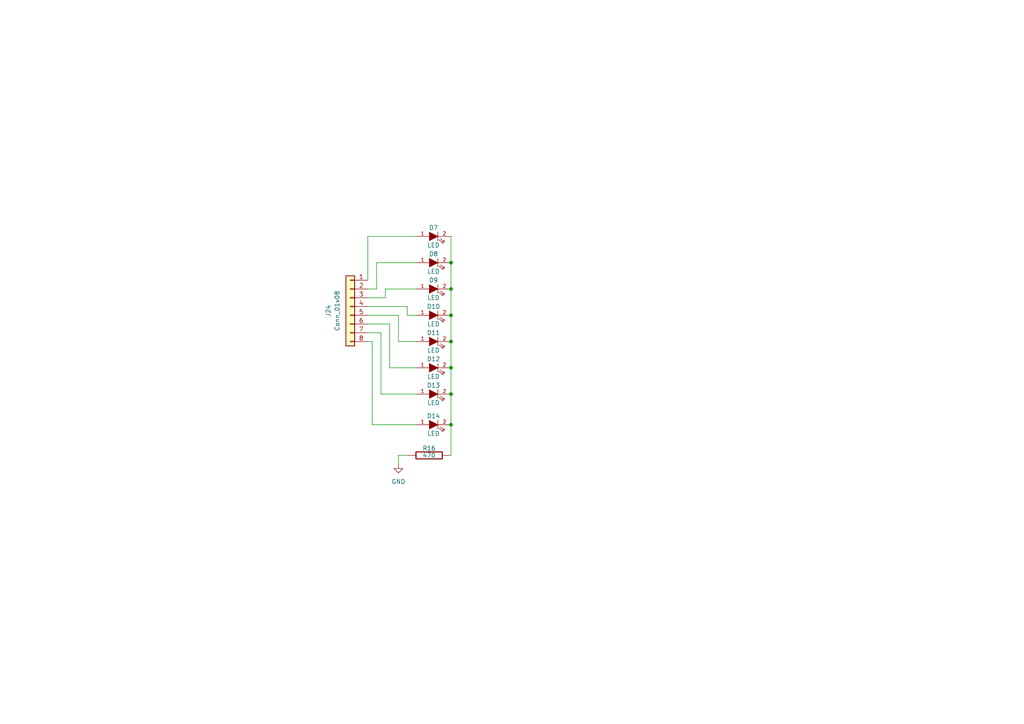
<source format=kicad_sch>
(kicad_sch (version 20250114) (generator "eeschema") (generator_version "9.0")
  (paper "A4")
  (lib_symbols
    (symbol "Connector_Generic:Conn_01x08" (pin_names (offset 1.016) (hide yes))
      (property "Reference" "J" (at 0 10.16 0))
      (property "Value" "Conn_01x08" (at 0 -12.7 0))
      (symbol "Conn_01x08_1_1"
        (rectangle (start -1.27 8.89) (end 1.27 -11.43) (stroke (width 0.254)) (fill (type background)))
        (rectangle (start -1.27 7.747) (end 0 7.493) (stroke (width 0.1524)))
        (rectangle (start -1.27 5.207) (end 0 4.953) (stroke (width 0.1524)))
        (rectangle (start -1.27 2.667) (end 0 2.413) (stroke (width 0.1524)))
        (rectangle (start -1.27 0.127) (end 0 -0.127) (stroke (width 0.1524)))
        (rectangle (start -1.27 -2.413) (end 0 -2.667) (stroke (width 0.1524)))
        (rectangle (start -1.27 -4.953) (end 0 -5.207) (stroke (width 0.1524)))
        (rectangle (start -1.27 -7.493) (end 0 -7.747) (stroke (width 0.1524)))
        (rectangle (start -1.27 -10.033) (end 0 -10.287) (stroke (width 0.1524)))
        (pin passive line (at -5.08 7.62 0) (length 3.81) (name "Pin_1") (number "1"))
        (pin passive line (at -5.08 5.08 0) (length 3.81) (name "Pin_2") (number "2"))
        (pin passive line (at -5.08 2.54 0) (length 3.81) (name "Pin_3") (number "3"))
        (pin passive line (at -5.08 0 0) (length 3.81) (name "Pin_4") (number "4"))
        (pin passive line (at -5.08 -2.54 0) (length 3.81) (name "Pin_5") (number "5"))
        (pin passive line (at -5.08 -5.08 0) (length 3.81) (name "Pin_6") (number "6"))
        (pin passive line (at -5.08 -7.62 0) (length 3.81) (name "Pin_7") (number "7"))
        (pin passive line (at -5.08 -10.16 0) (length 3.81) (name "Pin_8") (number "8"))
      )
    )
    (symbol "LED_10" (pin_names (offset 1.016) (hide yes))
      (property "Reference" "D" (at 0 2.54 0))
      (property "Value" "LED" (at 0 -2.54 0))
      (symbol "LED_10_0_1"
        (polyline (pts (xy -1.27 1.27) (xy 1.27 0) (xy -1.27 -1.27)) (fill (type outline)))
        (polyline (pts (xy 1.27 1.27) (xy 1.27 -1.27)))
        (polyline (pts (xy 1.651 -1.016) (xy 2.794 -2.032) (xy 2.667 -1.397)))
        (polyline (pts (xy 2.032 -0.635) (xy 3.175 -1.651) (xy 3.048 -1.016)))
      )
      (symbol "LED_10_1_1"
        (pin passive line (at -5.08 0 0) (length 3.81) (name "A") (number "1"))
        (pin passive line (at 5.08 0 180) (length 3.81) (name "K") (number "2"))
      )
    )
    (symbol "LED_11" (pin_names (offset 1.016) (hide yes))
      (property "Reference" "D" (at 0 2.54 0))
      (property "Value" "LED" (at 0 -2.54 0))
      (symbol "LED_11_0_1"
        (polyline (pts (xy -1.27 1.27) (xy 1.27 0) (xy -1.27 -1.27)) (fill (type outline)))
        (polyline (pts (xy 1.27 1.27) (xy 1.27 -1.27)))
        (polyline (pts (xy 1.651 -1.016) (xy 2.794 -2.032) (xy 2.667 -1.397)))
        (polyline (pts (xy 2.032 -0.635) (xy 3.175 -1.651) (xy 3.048 -1.016)))
      )
      (symbol "LED_11_1_1"
        (pin passive line (at -5.08 0 0) (length 3.81) (name "A") (number "1"))
        (pin passive line (at 5.08 0 180) (length 3.81) (name "K") (number "2"))
      )
    )
    (symbol "LED_12" (pin_names (offset 1.016) (hide yes))
      (property "Reference" "D" (at 0 2.54 0))
      (property "Value" "LED" (at 0 -2.54 0))
      (symbol "LED_12_0_1"
        (polyline (pts (xy -1.27 1.27) (xy 1.27 0) (xy -1.27 -1.27)) (fill (type outline)))
        (polyline (pts (xy 1.27 1.27) (xy 1.27 -1.27)))
        (polyline (pts (xy 1.651 -1.016) (xy 2.794 -2.032) (xy 2.667 -1.397)))
        (polyline (pts (xy 2.032 -0.635) (xy 3.175 -1.651) (xy 3.048 -1.016)))
      )
      (symbol "LED_12_1_1"
        (pin passive line (at -5.08 0 0) (length 3.81) (name "A") (number "1"))
        (pin passive line (at 5.08 0 180) (length 3.81) (name "K") (number "2"))
      )
    )
    (symbol "LED_13" (pin_names (offset 1.016) (hide yes))
      (property "Reference" "D" (at 0 2.54 0))
      (property "Value" "LED" (at 0 -2.54 0))
      (symbol "LED_13_0_1"
        (polyline (pts (xy -1.27 1.27) (xy 1.27 0) (xy -1.27 -1.27)) (fill (type outline)))
        (polyline (pts (xy 1.27 1.27) (xy 1.27 -1.27)))
        (polyline (pts (xy 1.651 -1.016) (xy 2.794 -2.032) (xy 2.667 -1.397)))
        (polyline (pts (xy 2.032 -0.635) (xy 3.175 -1.651) (xy 3.048 -1.016)))
      )
      (symbol "LED_13_1_1"
        (pin passive line (at -5.08 0 0) (length 3.81) (name "A") (number "1"))
        (pin passive line (at 5.08 0 180) (length 3.81) (name "K") (number "2"))
      )
    )
    (symbol "LED_14" (pin_names (offset 1.016) (hide yes))
      (property "Reference" "D" (at 0 2.54 0))
      (property "Value" "LED" (at 0 -2.54 0))
      (symbol "LED_14_0_1"
        (polyline (pts (xy -1.27 1.27) (xy 1.27 0) (xy -1.27 -1.27)) (fill (type outline)))
        (polyline (pts (xy 1.27 1.27) (xy 1.27 -1.27)))
        (polyline (pts (xy 1.651 -1.016) (xy 2.794 -2.032) (xy 2.667 -1.397)))
        (polyline (pts (xy 2.032 -0.635) (xy 3.175 -1.651) (xy 3.048 -1.016)))
      )
      (symbol "LED_14_1_1"
        (pin passive line (at -5.08 0 0) (length 3.81) (name "A") (number "1"))
        (pin passive line (at 5.08 0 180) (length 3.81) (name "K") (number "2"))
      )
    )
    (symbol "LED_15" (pin_names (offset 1.016) (hide yes))
      (property "Reference" "D" (at 0 2.54 0))
      (property "Value" "LED" (at 0 -2.54 0))
      (symbol "LED_15_0_1"
        (polyline (pts (xy -1.27 1.27) (xy 1.27 0) (xy -1.27 -1.27)) (fill (type outline)))
        (polyline (pts (xy 1.27 1.27) (xy 1.27 -1.27)))
        (polyline (pts (xy 1.651 -1.016) (xy 2.794 -2.032) (xy 2.667 -1.397)))
        (polyline (pts (xy 2.032 -0.635) (xy 3.175 -1.651) (xy 3.048 -1.016)))
      )
      (symbol "LED_15_1_1"
        (pin passive line (at -5.08 0 0) (length 3.81) (name "A") (number "1"))
        (pin passive line (at 5.08 0 180) (length 3.81) (name "K") (number "2"))
      )
    )
    (symbol "LED_16" (pin_names (offset 1.016) (hide yes))
      (property "Reference" "D" (at 0 2.54 0))
      (property "Value" "LED" (at 0 -2.54 0))
      (symbol "LED_16_0_1"
        (polyline (pts (xy -1.27 1.27) (xy 1.27 0) (xy -1.27 -1.27)) (fill (type outline)))
        (polyline (pts (xy 1.27 1.27) (xy 1.27 -1.27)))
        (polyline (pts (xy 1.651 -1.016) (xy 2.794 -2.032) (xy 2.667 -1.397)))
        (polyline (pts (xy 2.032 -0.635) (xy 3.175 -1.651) (xy 3.048 -1.016)))
      )
      (symbol "LED_16_1_1"
        (pin passive line (at -5.08 0 0) (length 3.81) (name "A") (number "1"))
        (pin passive line (at 5.08 0 180) (length 3.81) (name "K") (number "2"))
      )
    )
    (symbol "LED_9" (pin_names (offset 1.016) (hide yes))
      (property "Reference" "D" (at 0 2.54 0))
      (property "Value" "LED" (at 0 -2.54 0))
      (symbol "LED_9_0_1"
        (polyline (pts (xy -1.27 1.27) (xy 1.27 0) (xy -1.27 -1.27)) (fill (type outline)))
        (polyline (pts (xy 1.27 1.27) (xy 1.27 -1.27)))
        (polyline (pts (xy 1.651 -1.016) (xy 2.794 -2.032) (xy 2.667 -1.397)))
        (polyline (pts (xy 2.032 -0.635) (xy 3.175 -1.651) (xy 3.048 -1.016)))
      )
      (symbol "LED_9_1_1"
        (pin passive line (at -5.08 0 0) (length 3.81) (name "A") (number "1"))
        (pin passive line (at 5.08 0 180) (length 3.81) (name "K") (number "2"))
      )
    )
    (symbol "R_6" (pin_numbers (hide yes)) (pin_names (offset 0))
      (property "Reference" "R" (at 2.032 0 90))
      (property "Value" "R" (at 0.1778 0.0254 90))
      (symbol "R_6_0_1"
        (rectangle (start -1.016 3.81) (end 1.016 -3.81) (stroke (width 0.3048)))
      )
      (symbol "R_6_1_1"
        (pin passive line (at 0 6.35 270) (length 2.54) (name "~") (number "1"))
        (pin passive line (at 0 -6.35 90) (length 2.54) (name "~") (number "2"))
      )
    )
    (symbol "power:GND" (power) (pin_numbers (hide yes)) (pin_names (offset 0) (hide yes))
      (property "Value" "GND" (at 0 -3.81 0))
      (symbol "GND_0_1"
        (polyline (pts (xy 0 0) (xy 0 -1.27) (xy 1.27 -1.27) (xy 0 -2.54) (xy -1.27 -1.27) (xy 0 -1.27)))
      )
      (symbol "GND_1_1"
        (pin power_in line (at 0 0 270) (length 0) (name "~") (number "1"))
      )
    )
  )
  (junction (at 130.81 114.3))
  (junction (at 130.81 123.19))
  (junction (at 130.81 106.68))
  (junction (at 130.81 83.82))
  (junction (at 130.81 99.06))
  (junction (at 130.81 76.2))
  (junction (at 130.81 91.44))
  (wire (pts (xy 106.68 99.06) (xy 107.95 99.06)))
  (wire (pts (xy 130.81 68.58) (xy 130.81 76.2)))
  (wire (pts (xy 106.68 83.82) (xy 109.22 83.82)))
  (wire (pts (xy 130.81 99.06) (xy 130.81 106.68)))
  (wire (pts (xy 115.57 132.08) (xy 115.57 134.62)))
  (wire (pts (xy 130.81 114.3) (xy 130.81 123.19)))
  (wire (pts (xy 106.68 88.9) (xy 118.11 88.9)))
  (wire (pts (xy 130.81 76.2) (xy 130.81 83.82)))
  (wire (pts (xy 109.22 76.2) (xy 120.65 76.2)))
  (wire (pts (xy 106.68 81.28) (xy 106.68 68.58)))
  (wire (pts (xy 111.76 86.36) (xy 111.76 83.82)))
  (wire (pts (xy 107.95 99.06) (xy 107.95 123.19)))
  (wire (pts (xy 111.76 83.82) (xy 120.65 83.82)))
  (wire (pts (xy 130.81 91.44) (xy 130.81 99.06)))
  (wire (pts (xy 107.95 123.19) (xy 120.65 123.19)))
  (wire (pts (xy 106.68 91.44) (xy 115.57 91.44)))
  (wire (pts (xy 106.68 96.52) (xy 110.49 96.52)))
  (wire (pts (xy 109.22 83.82) (xy 109.22 76.2)))
  (wire (pts (xy 130.81 83.82) (xy 130.81 91.44)))
  (wire (pts (xy 106.68 86.36) (xy 111.76 86.36)))
  (wire (pts (xy 115.57 91.44) (xy 115.57 99.06)))
  (wire (pts (xy 130.81 106.68) (xy 130.81 114.3)))
  (wire (pts (xy 115.57 99.06) (xy 120.65 99.06)))
  (wire (pts (xy 118.11 132.08) (xy 115.57 132.08)))
  (wire (pts (xy 106.68 68.58) (xy 120.65 68.58)))
  (wire (pts (xy 130.81 123.19) (xy 130.81 132.08)))
  (wire (pts (xy 113.03 106.68) (xy 120.65 106.68)))
  (wire (pts (xy 106.68 93.98) (xy 113.03 93.98)))
  (wire (pts (xy 110.49 96.52) (xy 110.49 114.3)))
  (wire (pts (xy 118.11 88.9) (xy 118.11 91.44)))
  (wire (pts (xy 118.11 91.44) (xy 120.65 91.44)))
  (wire (pts (xy 113.03 93.98) (xy 113.03 106.68)))
  (wire (pts (xy 110.49 114.3) (xy 120.65 114.3)))
  (symbol (lib_name "LED_16") (lib_id "Ultra_DB_X51_v1-rescue:LED") (at 125.73 123.19 0) (unit 1)
    (property "Reference" "D14" (at 125.73 120.65 0))
    (property "Value" "LED" (at 125.73 125.73 0))
  )
  (symbol (lib_name "R_6") (lib_id "Ultra_DB_X51_v1-rescue:R") (at 124.46 132.08 90) (unit 1)
    (property "Reference" "R16" (at 124.46 130.048 90))
    (property "Value" "470" (at 124.46 132.08 90))
    (property "Footprint" "Resistor_SMD:R_1206_3216Metric" (effects (hide yes)))
  )
  (symbol (lib_name "LED_14") (lib_id "Ultra_DB_X51_v1-rescue:LED") (at 125.73 114.3 0) (unit 1)
    (property "Reference" "D13" (at 125.73 111.76 0))
    (property "Value" "LED" (at 125.73 116.84 0))
  )
  (symbol (lib_name "LED_15") (lib_id "Ultra_DB_X51_v1-rescue:LED") (at 125.73 106.68 0) (unit 1)
    (property "Reference" "D12" (at 125.73 104.14 0))
    (property "Value" "LED" (at 125.73 109.22 0))
  )
  (symbol (lib_name "LED_13") (lib_id "Ultra_DB_X51_v1-rescue:LED") (at 125.73 99.06 0) (unit 1)
    (property "Reference" "D11" (at 125.73 96.52 0))
    (property "Value" "LED" (at 125.73 101.6 0))
  )
  (symbol (lib_name "LED_11") (lib_id "Ultra_DB_X51_v1-rescue:LED") (at 125.73 91.44 0) (unit 1)
    (property "Reference" "D10" (at 125.73 88.9 0))
    (property "Value" "LED" (at 125.73 93.98 0))
  )
  (symbol (lib_name "LED_9") (lib_id "Ultra_DB_X51_v1-rescue:LED") (at 125.73 83.82 0) (unit 1)
    (property "Reference" "D9" (at 125.73 81.28 0))
    (property "Value" "LED" (at 125.73 86.36 0))
  )
  (symbol (lib_name "LED_10") (lib_id "Ultra_DB_X51_v1-rescue:LED") (at 125.73 76.2 0) (unit 1)
    (property "Reference" "D8" (at 125.73 73.66 0))
    (property "Value" "LED" (at 125.73 78.74 0))
  )
  (symbol (lib_name "LED_12") (lib_id "Ultra_DB_X51_v1-rescue:LED") (at 125.73 68.58 0) (unit 1)
    (property "Reference" "D7" (at 125.73 66.04 0))
    (property "Value" "LED" (at 125.73 71.12 0))
  )
  (symbol (lib_id "power:GND") (at 115.57 134.62 0) (unit 1)
    (property "Reference" "#PWR044" (effects (hide yes)))
    (property "Value" "GND" (at 115.57 139.7 0))
    (property "Description" "Power symbol creates a global label with name \"GND\" , ground" (effects (hide yes)))
  )
  (symbol (lib_id "Connector_Generic:Conn_01x08") (at 101.6 88.9 0) (mirror y) (unit 1)
    (property "Reference" "J24" (at 95.25 90.17 90))
    (property "Value" "Conn_01x08" (at 97.79 90.17 90))
    (property "Footprint" "Connector_PinHeader_2.54mm:PinHeader_1x08_P2.54mm_Vertical" (effects (hide yes)))
    (property "Description" "Generic connector, single row, 01x08, script generated (kicad-library-utils/schlib/autogen/connector/)" (effects (hide yes)))
  )
)
</source>
